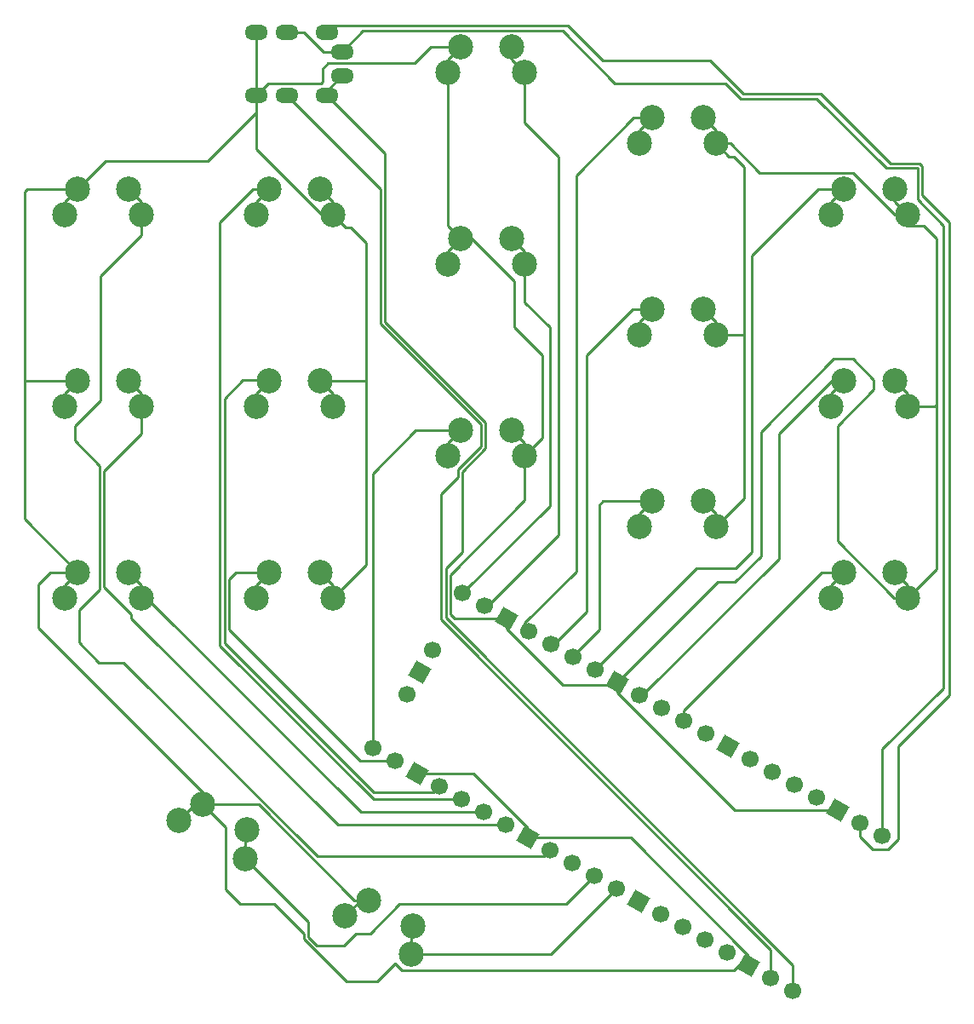
<source format=gbr>
%TF.GenerationSoftware,KiCad,Pcbnew,7.0.8-7.0.8~ubuntu22.04.1*%
%TF.CreationDate,2023-10-30T23:12:38+03:00*%
%TF.ProjectId,Keeb,4b656562-2e6b-4696-9361-645f70636258,rev?*%
%TF.SameCoordinates,Original*%
%TF.FileFunction,Copper,L1,Top*%
%TF.FilePolarity,Positive*%
%FSLAX46Y46*%
G04 Gerber Fmt 4.6, Leading zero omitted, Abs format (unit mm)*
G04 Created by KiCad (PCBNEW 7.0.8-7.0.8~ubuntu22.04.1) date 2023-10-30 23:12:38*
%MOMM*%
%LPD*%
G01*
G04 APERTURE LIST*
G04 Aperture macros list*
%AMHorizOval*
0 Thick line with rounded ends*
0 $1 width*
0 $2 $3 position (X,Y) of the first rounded end (center of the circle)*
0 $4 $5 position (X,Y) of the second rounded end (center of the circle)*
0 Add line between two ends*
20,1,$1,$2,$3,$4,$5,0*
0 Add two circle primitives to create the rounded ends*
1,1,$1,$2,$3*
1,1,$1,$4,$5*%
%AMRotRect*
0 Rectangle, with rotation*
0 The origin of the aperture is its center*
0 $1 length*
0 $2 width*
0 $3 Rotation angle, in degrees counterclockwise*
0 Add horizontal line*
21,1,$1,$2,0,0,$3*%
G04 Aperture macros list end*
%TA.AperFunction,ComponentPad*%
%ADD10C,2.500000*%
%TD*%
%TA.AperFunction,ComponentPad*%
%ADD11O,2.300000X1.500000*%
%TD*%
%TA.AperFunction,ComponentPad*%
%ADD12HorizOval,1.700000X0.000000X0.000000X0.000000X0.000000X0*%
%TD*%
%TA.AperFunction,ComponentPad*%
%ADD13RotRect,1.700000X1.700000X60.000000*%
%TD*%
%TA.AperFunction,Conductor*%
%ADD14C,0.250000*%
%TD*%
G04 APERTURE END LIST*
D10*
%TO.P,SW2,1*%
%TO.N,22*%
X184515000Y-72127944D03*
%TO.P,SW2,2*%
%TO.N,GND*%
X190865000Y-69587944D03*
%TD*%
%TO.P,SW34,1*%
%TO.N,GND*%
X119685016Y-113277806D03*
%TO.P,SW34,2*%
%TO.N,7*%
X126454278Y-114253102D03*
%TD*%
%TO.P,SW29,1*%
%TO.N,14*%
X127365000Y-91177944D03*
%TO.P,SW29,2*%
%TO.N,GND*%
X133715000Y-88637944D03*
%TD*%
%TO.P,SW26,1*%
%TO.N,15*%
X146415000Y-77077944D03*
%TO.P,SW26,2*%
%TO.N,GND*%
X152765000Y-74537944D03*
%TD*%
%TO.P,SW27,1*%
%TO.N,12*%
X127365000Y-53077944D03*
%TO.P,SW27,2*%
%TO.N,GND*%
X133715000Y-50537944D03*
%TD*%
%TO.P,SW22,1*%
%TO.N,19*%
X165465000Y-65077944D03*
%TO.P,SW22,2*%
%TO.N,GND*%
X171815000Y-62537944D03*
%TD*%
%TO.P,SW33,1*%
%TO.N,GND*%
X108315000Y-91177944D03*
%TO.P,SW33,2*%
%TO.N,11*%
X114665000Y-88637944D03*
%TD*%
%TO.P,SW28,1*%
%TO.N,13*%
X127365000Y-72127944D03*
%TO.P,SW28,2*%
%TO.N,GND*%
X133715000Y-69587944D03*
%TD*%
%TO.P,SW24,1*%
%TO.N,GND*%
X146415000Y-38977944D03*
%TO.P,SW24,2*%
%TO.N,17*%
X152765000Y-36437944D03*
%TD*%
%TO.P,SW23,1*%
%TO.N,20*%
X165465000Y-84127944D03*
%TO.P,SW23,2*%
%TO.N,GND*%
X171815000Y-81587944D03*
%TD*%
%TO.P,SW31,1*%
%TO.N,GND*%
X108315000Y-53077944D03*
%TO.P,SW31,2*%
%TO.N,9*%
X114665000Y-50537944D03*
%TD*%
%TO.P,SW32,1*%
%TO.N,GND*%
X108315000Y-72127944D03*
%TO.P,SW32,2*%
%TO.N,10*%
X114665000Y-69587944D03*
%TD*%
%TO.P,SW12,1*%
%TO.N,26*%
X184515000Y-91177944D03*
%TO.P,SW12,2*%
%TO.N,GND*%
X190865000Y-88637944D03*
%TD*%
D11*
%TO.P,J2,1,A*%
%TO.N,0*%
X135880000Y-39280000D03*
%TO.P,J2,2,B*%
%TO.N,GND*%
X127380000Y-34980000D03*
%TO.P,J2,3,C*%
%TO.N,3v3*%
X130380000Y-34980000D03*
%TO.P,J2,4,D*%
%TO.N,VSYS*%
X134380000Y-34980000D03*
%TD*%
D10*
%TO.P,SW30,1*%
%TO.N,GND*%
X136182800Y-122802806D03*
%TO.P,SW30,2*%
%TO.N,6*%
X142952062Y-123778102D03*
%TD*%
%TO.P,SW25,1*%
%TO.N,GND*%
X146415000Y-58027944D03*
%TO.P,SW25,2*%
%TO.N,16*%
X152765000Y-55487944D03*
%TD*%
%TO.P,SW1,1*%
%TO.N,21*%
X184515000Y-53077944D03*
%TO.P,SW1,2*%
%TO.N,GND*%
X190865000Y-50537944D03*
%TD*%
%TO.P,SW21,1*%
%TO.N,18*%
X165465000Y-46027944D03*
%TO.P,SW21,2*%
%TO.N,GND*%
X171815000Y-43487944D03*
%TD*%
D11*
%TO.P,J1,1,A*%
%TO.N,3v3*%
X135875000Y-36917944D03*
%TO.P,J1,2,B*%
%TO.N,GND*%
X127375000Y-41217944D03*
%TO.P,J1,3,C*%
%TO.N,1*%
X130375000Y-41217944D03*
%TO.P,J1,4,D*%
%TO.N,0*%
X134375000Y-41217944D03*
%TD*%
D10*
%TO.P,SW3,1*%
%TO.N,GND*%
X192135000Y-53077944D03*
%TO.P,SW3,2*%
%TO.N,21*%
X185785000Y-50537944D03*
%TD*%
%TO.P,SW4,1*%
%TO.N,GND*%
X192135000Y-72127944D03*
%TO.P,SW4,2*%
%TO.N,22*%
X185785000Y-69587944D03*
%TD*%
%TO.P,SW5,1*%
%TO.N,GND*%
X192135000Y-91177944D03*
%TO.P,SW5,2*%
%TO.N,26*%
X185785000Y-88637944D03*
%TD*%
%TO.P,SW6,1*%
%TO.N,GND*%
X173085000Y-46027944D03*
%TO.P,SW6,2*%
%TO.N,18*%
X166735000Y-43487944D03*
%TD*%
%TO.P,SW7,1*%
%TO.N,GND*%
X173085000Y-65077944D03*
%TO.P,SW7,2*%
%TO.N,19*%
X166735000Y-62537944D03*
%TD*%
%TO.P,SW8,1*%
%TO.N,GND*%
X173085000Y-84127944D03*
%TO.P,SW8,2*%
%TO.N,20*%
X166735000Y-81587944D03*
%TD*%
%TO.P,SW9,1*%
%TO.N,17*%
X154035000Y-38977944D03*
%TO.P,SW9,2*%
%TO.N,GND*%
X147685000Y-36437944D03*
%TD*%
%TO.P,SW10,1*%
%TO.N,16*%
X154035000Y-58027944D03*
%TO.P,SW10,2*%
%TO.N,GND*%
X147685000Y-55487944D03*
%TD*%
%TO.P,SW11,1*%
%TO.N,GND*%
X154035000Y-77077944D03*
%TO.P,SW11,2*%
%TO.N,15*%
X147685000Y-74537944D03*
%TD*%
%TO.P,SW13,1*%
%TO.N,GND*%
X134985000Y-53077944D03*
%TO.P,SW13,2*%
%TO.N,12*%
X128635000Y-50537944D03*
%TD*%
%TO.P,SW14,1*%
%TO.N,GND*%
X134985000Y-72127944D03*
%TO.P,SW14,2*%
%TO.N,13*%
X128635000Y-69587944D03*
%TD*%
%TO.P,SW15,1*%
%TO.N,GND*%
X134985000Y-91177944D03*
%TO.P,SW15,2*%
%TO.N,14*%
X128635000Y-88637944D03*
%TD*%
%TO.P,SW16,1*%
%TO.N,6*%
X142781914Y-126612806D03*
%TO.P,SW16,2*%
%TO.N,GND*%
X138552652Y-121238102D03*
%TD*%
%TO.P,SW17,1*%
%TO.N,9*%
X115935000Y-53077944D03*
%TO.P,SW17,2*%
%TO.N,GND*%
X109585000Y-50537944D03*
%TD*%
%TO.P,SW18,1*%
%TO.N,10*%
X115935000Y-72127944D03*
%TO.P,SW18,2*%
%TO.N,GND*%
X109585000Y-69587944D03*
%TD*%
%TO.P,SW19,1*%
%TO.N,11*%
X115935000Y-91177944D03*
%TO.P,SW19,2*%
%TO.N,GND*%
X109585000Y-88637944D03*
%TD*%
%TO.P,SW20,1*%
%TO.N,7*%
X126284130Y-117087806D03*
%TO.P,SW20,2*%
%TO.N,GND*%
X122054868Y-111713102D03*
%TD*%
D12*
%TO.P,U1,1,GPIO0*%
%TO.N,0*%
X180742193Y-130263966D03*
%TO.P,U1,2,GPIO1*%
%TO.N,1*%
X178542488Y-128993966D03*
D13*
%TO.P,U1,3,GND*%
%TO.N,GND*%
X176342784Y-127723966D03*
D12*
%TO.P,U1,4,GPIO2*%
%TO.N,2*%
X174143079Y-126453966D03*
%TO.P,U1,5,GPIO3*%
%TO.N,3*%
X171943375Y-125183966D03*
%TO.P,U1,6,GPIO4*%
%TO.N,4*%
X169743670Y-123913966D03*
%TO.P,U1,7,GPIO5*%
%TO.N,5*%
X167543966Y-122643966D03*
D13*
%TO.P,U1,8,GND*%
%TO.N,unconnected-(U1-GND-Pad8)*%
X165344261Y-121373966D03*
D12*
%TO.P,U1,9,GPIO6*%
%TO.N,6*%
X163144557Y-120103966D03*
%TO.P,U1,10,GPIO7*%
%TO.N,7*%
X160944852Y-118833966D03*
%TO.P,U1,11,GPIO8*%
%TO.N,8*%
X158745148Y-117563966D03*
%TO.P,U1,12,GPIO9*%
%TO.N,9*%
X156545443Y-116293966D03*
D13*
%TO.P,U1,13,GND*%
%TO.N,GND*%
X154345739Y-115023966D03*
D12*
%TO.P,U1,14,GPIO10*%
%TO.N,10*%
X152146034Y-113753966D03*
%TO.P,U1,15,GPIO11*%
%TO.N,11*%
X149946330Y-112483966D03*
%TO.P,U1,16,GPIO12*%
%TO.N,12*%
X147746625Y-111213966D03*
%TO.P,U1,17,GPIO13*%
%TO.N,13*%
X145546921Y-109943966D03*
D13*
%TO.P,U1,18,GND*%
%TO.N,GND*%
X143347216Y-108673966D03*
D12*
%TO.P,U1,19,GPIO14*%
%TO.N,14*%
X141147512Y-107403966D03*
%TO.P,U1,20,GPIO15*%
%TO.N,15*%
X138947807Y-106133966D03*
%TO.P,U1,21,GPIO16*%
%TO.N,16*%
X147837807Y-90736034D03*
%TO.P,U1,22,GPIO17*%
%TO.N,17*%
X150037512Y-92006034D03*
D13*
%TO.P,U1,23,GND*%
%TO.N,GND*%
X152237216Y-93276034D03*
D12*
%TO.P,U1,24,GPIO18*%
%TO.N,18*%
X154436921Y-94546034D03*
%TO.P,U1,25,GPIO19*%
%TO.N,19*%
X156636625Y-95816034D03*
%TO.P,U1,26,GPIO20*%
%TO.N,20*%
X158836330Y-97086034D03*
%TO.P,U1,27,GPIO21*%
%TO.N,21*%
X161036034Y-98356034D03*
D13*
%TO.P,U1,28,GND*%
%TO.N,GND*%
X163235739Y-99626034D03*
D12*
%TO.P,U1,29,GPIO22*%
%TO.N,22*%
X165435443Y-100896034D03*
%TO.P,U1,30,RUN*%
%TO.N,unconnected-(U1-RUN-Pad30)*%
X167635148Y-102166034D03*
%TO.P,U1,31,GPIO26_ADC0*%
%TO.N,26*%
X169834852Y-103436034D03*
%TO.P,U1,32,GPIO27_ADC1*%
%TO.N,27*%
X172034557Y-104706034D03*
D13*
%TO.P,U1,33,AGND*%
%TO.N,unconnected-(U1-AGND-Pad33)*%
X174234261Y-105976034D03*
D12*
%TO.P,U1,34,GPIO28_ADC2*%
%TO.N,28*%
X176433966Y-107246034D03*
%TO.P,U1,35,ADC_VREF*%
%TO.N,unconnected-(U1-ADC_VREF-Pad35)*%
X178633670Y-108516034D03*
%TO.P,U1,36,3V3*%
%TO.N,unconnected-(U1-3V3-Pad36)*%
X180833375Y-109786034D03*
%TO.P,U1,37,3V3_EN*%
%TO.N,unconnected-(U1-3V3_EN-Pad37)*%
X183033079Y-111056034D03*
D13*
%TO.P,U1,38,GND*%
%TO.N,GND*%
X185232784Y-112326034D03*
D12*
%TO.P,U1,39,VSYS*%
%TO.N,VSYS*%
X187432488Y-113596034D03*
%TO.P,U1,40,VBUS*%
%TO.N,3v3*%
X189632193Y-114866034D03*
%TO.P,U1,41,SWCLK*%
%TO.N,unconnected-(U1-SWCLK-Pad41)*%
X142321993Y-100749705D03*
D13*
%TO.P,U1,42,GND*%
%TO.N,unconnected-(U1-GND-Pad42)*%
X143591993Y-98550000D03*
D12*
%TO.P,U1,43,SWDIO*%
%TO.N,unconnected-(U1-SWDIO-Pad43)*%
X144861993Y-96350295D03*
%TD*%
D14*
%TO.N,7*%
X126284130Y-117087806D02*
X132562948Y-123366624D01*
X138699573Y-124532511D02*
X141625965Y-121606119D01*
X132562948Y-123366624D02*
X132562948Y-124885278D01*
X132562948Y-124885278D02*
X133393302Y-125715632D01*
X133393302Y-125715632D02*
X136045479Y-125715632D01*
X136045479Y-125715632D02*
X137228600Y-124532511D01*
X137228600Y-124532511D02*
X138699573Y-124532511D01*
X141625965Y-121606119D02*
X158172699Y-121606119D01*
X158172699Y-121606119D02*
X160944852Y-118833966D01*
%TO.N,3v3*%
X174053604Y-40030000D02*
X163047056Y-40030000D01*
X175573604Y-41550000D02*
X174053604Y-40030000D01*
X193135965Y-51605965D02*
X193135965Y-48446119D01*
X189632193Y-106221411D02*
X195700000Y-100153604D01*
X189632193Y-114866034D02*
X189632193Y-106221411D01*
%TO.N,VSYS*%
X193585965Y-51165965D02*
X193585965Y-48259723D01*
%TO.N,3v3*%
X189976119Y-48446119D02*
X183080000Y-41550000D01*
%TO.N,VSYS*%
X193585965Y-48259723D02*
X193322361Y-47996119D01*
X135068637Y-34291363D02*
X134380000Y-34980000D01*
X190416119Y-47996119D02*
X183520000Y-41100000D01*
%TO.N,3v3*%
X183080000Y-41550000D02*
X175573604Y-41550000D01*
%TO.N,VSYS*%
X161837056Y-37800000D02*
X158328419Y-34291363D01*
X187432488Y-113596034D02*
X187432488Y-114902488D01*
%TO.N,3v3*%
X193135965Y-48446119D02*
X189976119Y-48446119D01*
X195700000Y-54170000D02*
X193135965Y-51605965D01*
%TO.N,VSYS*%
X172460000Y-37800000D02*
X161837056Y-37800000D01*
X183520000Y-41100000D02*
X175760000Y-41100000D01*
%TO.N,3v3*%
X137942944Y-34850000D02*
X135875000Y-36917944D01*
%TO.N,VSYS*%
X196290000Y-53870000D02*
X193585965Y-51165965D01*
X191160000Y-105970000D02*
X196290000Y-100840000D01*
X193322361Y-47996119D02*
X190416119Y-47996119D01*
X191160000Y-115160000D02*
X191160000Y-105970000D01*
X196290000Y-100840000D02*
X196290000Y-53870000D01*
X190160000Y-116160000D02*
X191160000Y-115160000D01*
%TO.N,3v3*%
X195700000Y-100153604D02*
X195700000Y-54170000D01*
%TO.N,VSYS*%
X158328419Y-34291363D02*
X135068637Y-34291363D01*
X175760000Y-41100000D02*
X172460000Y-37800000D01*
X188690000Y-116160000D02*
X190160000Y-116160000D01*
%TO.N,3v3*%
X163047056Y-40030000D02*
X157867056Y-34850000D01*
%TO.N,VSYS*%
X187432488Y-114902488D02*
X188690000Y-116160000D01*
%TO.N,3v3*%
X157867056Y-34850000D02*
X137942944Y-34850000D01*
%TO.N,GND*%
X127375000Y-41217944D02*
X128550000Y-40042944D01*
X128550000Y-40042944D02*
X133812789Y-40042944D01*
X133985965Y-38586119D02*
X134515965Y-38056119D01*
X133812789Y-40042944D02*
X133985965Y-39869768D01*
X133985965Y-39869768D02*
X133985965Y-38586119D01*
X134515965Y-38056119D02*
X143116825Y-38056119D01*
X143116825Y-38056119D02*
X144735000Y-36437944D01*
X144735000Y-36437944D02*
X147685000Y-36437944D01*
%TO.N,9*%
X109750000Y-92366396D02*
X111790000Y-90326396D01*
X115935000Y-55166701D02*
X115935000Y-53077944D01*
X111890000Y-59211701D02*
X115935000Y-55166701D01*
X109330000Y-75580000D02*
X109330000Y-74104187D01*
X111720000Y-97600000D02*
X109750000Y-95630000D01*
X111790000Y-90326396D02*
X111790000Y-78040000D01*
X115935000Y-53077944D02*
X115935000Y-51807944D01*
X115935000Y-51807944D02*
X114665000Y-50537944D01*
X155946875Y-116892534D02*
X133428776Y-116892534D01*
X109750000Y-95630000D02*
X109750000Y-92366396D01*
X133428776Y-116892534D02*
X114136242Y-97600000D01*
X111790000Y-78040000D02*
X109330000Y-75580000D01*
X109330000Y-74104187D02*
X111890000Y-71544187D01*
X111890000Y-71544187D02*
X111890000Y-59211701D01*
X114136242Y-97600000D02*
X111720000Y-97600000D01*
X156545443Y-116293966D02*
X155946875Y-116892534D01*
%TO.N,10*%
X112240000Y-90140000D02*
X112240000Y-78548097D01*
X115935000Y-72127944D02*
X115935000Y-70857944D01*
X115935000Y-74853097D02*
X115935000Y-72127944D01*
X114950000Y-92850000D02*
X112240000Y-90140000D01*
X114950000Y-93230711D02*
X114950000Y-92850000D01*
X112240000Y-78548097D02*
X115935000Y-74853097D01*
X115935000Y-70857944D02*
X114665000Y-69587944D01*
X152146034Y-113753966D02*
X135473255Y-113753966D01*
X135473255Y-113753966D02*
X114950000Y-93230711D01*
%TO.N,11*%
X116432767Y-91177944D02*
X115935000Y-91177944D01*
X137738789Y-112483966D02*
X116432767Y-91177944D01*
X115935000Y-91177944D02*
X115935000Y-89907944D01*
X115935000Y-89907944D02*
X114665000Y-88637944D01*
X149946330Y-112483966D02*
X137738789Y-112483966D01*
%TO.N,13*%
X124190000Y-71382944D02*
X126010000Y-69562944D01*
X127365000Y-72127944D02*
X127365000Y-70857944D01*
X145546921Y-109943966D02*
X144948353Y-110542534D01*
X127365000Y-70857944D02*
X128635000Y-69587944D01*
X128610000Y-69562944D02*
X128635000Y-69587944D01*
X139012534Y-110542534D02*
X124190000Y-95720000D01*
X126010000Y-69562944D02*
X128610000Y-69562944D01*
X124190000Y-95720000D02*
X124190000Y-71382944D01*
X144948353Y-110542534D02*
X139012534Y-110542534D01*
%TO.N,16*%
X147837807Y-90736034D02*
X156555000Y-82018841D01*
X154035000Y-58027944D02*
X154035000Y-56757944D01*
X154035000Y-56757944D02*
X152765000Y-55487944D01*
X154035000Y-61795000D02*
X154035000Y-58027944D01*
X156555000Y-82018841D02*
X156555000Y-64315000D01*
X156555000Y-64315000D02*
X154035000Y-61795000D01*
%TO.N,17*%
X157420000Y-84944486D02*
X157420000Y-47321701D01*
X154035000Y-38977944D02*
X152765000Y-37707944D01*
X152765000Y-37707944D02*
X152765000Y-36887944D01*
X150358452Y-92006034D02*
X157420000Y-84944486D01*
X154035000Y-43936701D02*
X154035000Y-38977944D01*
X150037512Y-92006034D02*
X150358452Y-92006034D01*
X157420000Y-47321701D02*
X154035000Y-43936701D01*
%TO.N,18*%
X154070000Y-93696053D02*
X159180000Y-88586053D01*
X164885000Y-43487944D02*
X166735000Y-43487944D01*
X154070000Y-94179113D02*
X154070000Y-93696053D01*
X159180000Y-88586053D02*
X159180000Y-49192944D01*
X154436921Y-94546034D02*
X154070000Y-94179113D01*
X159180000Y-49192944D02*
X164885000Y-43487944D01*
X165465000Y-46027944D02*
X165465000Y-44757944D01*
X165465000Y-44757944D02*
X166735000Y-43487944D01*
%TO.N,19*%
X165465000Y-63807944D02*
X166735000Y-62537944D01*
X156957565Y-95816034D02*
X160250000Y-92523599D01*
X160250000Y-92523599D02*
X160250000Y-67092944D01*
X165465000Y-65077944D02*
X165465000Y-63807944D01*
X164805000Y-62537944D02*
X166735000Y-62537944D01*
X160250000Y-67092944D02*
X164805000Y-62537944D01*
X156636625Y-95816034D02*
X156957565Y-95816034D01*
%TO.N,20*%
X158836330Y-97086034D02*
X158836330Y-96943670D01*
X165465000Y-82857944D02*
X166735000Y-81587944D01*
X165465000Y-84127944D02*
X165465000Y-82857944D01*
X161460000Y-94320000D02*
X161460000Y-81942944D01*
X161815000Y-81587944D02*
X166735000Y-81587944D01*
X161460000Y-81942944D02*
X161815000Y-81587944D01*
X158836330Y-96943670D02*
X161460000Y-94320000D01*
%TO.N,21*%
X176640000Y-86630000D02*
X176640000Y-57182944D01*
X184515000Y-53077944D02*
X184515000Y-51807944D01*
X176640000Y-57182944D02*
X183285000Y-50537944D01*
X184515000Y-51807944D02*
X185785000Y-50537944D01*
X161036034Y-98356034D02*
X171142068Y-88250000D01*
X183285000Y-50537944D02*
X185785000Y-50537944D01*
X171142068Y-88250000D02*
X175020000Y-88250000D01*
X175020000Y-88250000D02*
X176640000Y-86630000D01*
%TO.N,22*%
X184515000Y-72127944D02*
X184515000Y-70857944D01*
X184515000Y-70857944D02*
X185785000Y-69587944D01*
X165756383Y-100896034D02*
X165435443Y-100896034D01*
X184612056Y-69587944D02*
X179350000Y-74850000D01*
X179350000Y-87302417D02*
X165756383Y-100896034D01*
X185785000Y-69587944D02*
X184612056Y-69587944D01*
X179350000Y-74850000D02*
X179350000Y-87302417D01*
%TO.N,26*%
X169834852Y-102398092D02*
X169834852Y-103436034D01*
X184515000Y-91177944D02*
X184515000Y-89907944D01*
X185785000Y-88637944D02*
X183595000Y-88637944D01*
X183595000Y-88637944D02*
X169834852Y-102398092D01*
X184515000Y-89907944D02*
X185785000Y-88637944D01*
%TO.N,GND*%
X108315000Y-89907944D02*
X109585000Y-88637944D01*
X163253966Y-99626034D02*
X163235739Y-99626034D01*
X129099846Y-121590000D02*
X125720000Y-121590000D01*
X192135000Y-91177944D02*
X192135000Y-89907944D01*
X173085000Y-46027944D02*
X173085000Y-44757944D01*
X108315000Y-53077944D02*
X108315000Y-51807944D01*
X190865000Y-53077944D02*
X192135000Y-53077944D01*
X163235739Y-99626034D02*
X163019618Y-99842155D01*
X104310000Y-83362944D02*
X109585000Y-88637944D01*
X188785000Y-70457944D02*
X188785000Y-69495000D01*
X106885000Y-88637944D02*
X105690000Y-89832944D01*
X154035000Y-81505000D02*
X146662807Y-88877193D01*
X121249720Y-111713102D02*
X122054868Y-111713102D01*
X175865000Y-65077944D02*
X175910000Y-65122944D01*
X190865000Y-50537944D02*
X190865000Y-51807944D01*
X134985000Y-70857944D02*
X133715000Y-69587944D01*
X154035000Y-77077944D02*
X154035000Y-75807944D01*
X173085000Y-65077944D02*
X173085000Y-63807944D01*
X119685016Y-113277806D02*
X121249720Y-111713102D01*
X176342784Y-127723966D02*
X175361288Y-127723966D01*
X154035000Y-77077944D02*
X154035000Y-81505000D01*
X146662807Y-88877193D02*
X146662807Y-92846411D01*
X146415000Y-58027944D02*
X146415000Y-56757944D01*
X195000000Y-72002944D02*
X195000000Y-88312944D01*
X105690000Y-94130711D02*
X122054868Y-110495579D01*
X104425000Y-69587944D02*
X104310000Y-69702944D01*
X134985000Y-53077944D02*
X136275000Y-54367944D01*
X134985000Y-51807944D02*
X133715000Y-50537944D01*
X146662807Y-92846411D02*
X147092430Y-93276034D01*
X173085000Y-63807944D02*
X171815000Y-62537944D01*
X146415000Y-56757944D02*
X147685000Y-55487944D01*
X109585000Y-50537944D02*
X104615000Y-50537944D01*
X133895000Y-53077944D02*
X127375000Y-46557944D01*
X163235739Y-100607530D02*
X163235739Y-99626034D01*
X193757767Y-54202944D02*
X195000000Y-55445177D01*
X173250000Y-89630000D02*
X163253966Y-99626034D01*
X109585000Y-88637944D02*
X106885000Y-88637944D01*
X127375000Y-41217944D02*
X127375000Y-42943858D01*
X138270000Y-87892944D02*
X134985000Y-91177944D01*
X154345739Y-115023966D02*
X154345739Y-114042470D01*
X108315000Y-91177944D02*
X108315000Y-89907944D01*
X163019618Y-99842155D02*
X157801179Y-99842155D01*
X186730000Y-67440000D02*
X184756548Y-67440000D01*
X155820000Y-75292944D02*
X155820000Y-67110000D01*
X127612948Y-111713102D02*
X122054868Y-111713102D01*
X136182800Y-122802806D02*
X137747504Y-121238102D01*
X112360000Y-47762944D02*
X109585000Y-50537944D01*
X184756548Y-67440000D02*
X177530000Y-74666548D01*
X192135000Y-54202944D02*
X193757767Y-54202944D01*
X104615000Y-50537944D02*
X104310000Y-50842944D01*
X174375000Y-47317944D02*
X174872767Y-47317944D01*
X173085000Y-65077944D02*
X175865000Y-65077944D01*
X125720000Y-121590000D02*
X124300000Y-120170000D01*
X134985000Y-53077944D02*
X134985000Y-51807944D01*
X175361288Y-127723966D02*
X174887743Y-128197511D01*
X195000000Y-88312944D02*
X192135000Y-91177944D01*
X148977235Y-108673966D02*
X143347216Y-108673966D01*
X104310000Y-69702944D02*
X104310000Y-83362944D01*
X190865000Y-51807944D02*
X192135000Y-53077944D01*
X136772767Y-54367944D02*
X138270000Y-55865177D01*
X146415000Y-37707944D02*
X146415000Y-54217944D01*
X192135000Y-89907944D02*
X190865000Y-88637944D01*
X185232784Y-112326034D02*
X174954243Y-112326034D01*
X147685000Y-36437944D02*
X146415000Y-37707944D01*
X164624280Y-115023966D02*
X154345739Y-115023966D01*
X136323785Y-129282511D02*
X132112948Y-125071674D01*
X134985000Y-72127944D02*
X134985000Y-70857944D01*
X109585000Y-69587944D02*
X104425000Y-69587944D01*
X175910000Y-81302944D02*
X173085000Y-84127944D01*
X127375000Y-42943858D02*
X122555914Y-47762944D01*
X174872767Y-47317944D02*
X175910000Y-48355177D01*
X174887743Y-128197511D02*
X141867511Y-128197511D01*
X188785000Y-69495000D02*
X186730000Y-67440000D01*
X173085000Y-84127944D02*
X173085000Y-82857944D01*
X124300000Y-120170000D02*
X124300000Y-113958234D01*
X139367489Y-129282511D02*
X136323785Y-129282511D01*
X177530000Y-87080000D02*
X174980000Y-89630000D01*
X127375000Y-41217944D02*
X127375000Y-34985000D01*
X138552652Y-121238102D02*
X137137948Y-121238102D01*
X141160000Y-127490000D02*
X139367489Y-129282511D01*
X176342784Y-126742470D02*
X164624280Y-115023966D01*
X192135000Y-72127944D02*
X192135000Y-70857944D01*
X177440000Y-48962944D02*
X186750000Y-48962944D01*
X192135000Y-72127944D02*
X194875000Y-72127944D01*
X141867511Y-128197511D02*
X141160000Y-127490000D01*
X185160660Y-74082284D02*
X188785000Y-70457944D01*
X133715000Y-69587944D02*
X138185000Y-69587944D01*
X153030000Y-64320000D02*
X153030000Y-59720000D01*
X108315000Y-51807944D02*
X109585000Y-50537944D01*
X195000000Y-55445177D02*
X195000000Y-72002944D01*
X138270000Y-55865177D02*
X138270000Y-69672944D01*
X190795000Y-91177944D02*
X185160660Y-85543604D01*
X124300000Y-113958234D02*
X122054868Y-111713102D01*
X134985000Y-89907944D02*
X133715000Y-88637944D01*
X137747504Y-121238102D02*
X138552652Y-121238102D01*
X192135000Y-53077944D02*
X192135000Y-54202944D01*
X147092430Y-93276034D02*
X152237216Y-93276034D01*
X153030000Y-59720000D02*
X148797944Y-55487944D01*
X138270000Y-69672944D02*
X138270000Y-87892944D01*
X132112948Y-124603102D02*
X129099846Y-121590000D01*
X157801179Y-99842155D02*
X152237216Y-94278192D01*
X192135000Y-91177944D02*
X190795000Y-91177944D01*
X154035000Y-77077944D02*
X155820000Y-75292944D01*
X154345739Y-114042470D02*
X148977235Y-108673966D01*
X185160660Y-85543604D02*
X185160660Y-74082284D01*
X148797944Y-55487944D02*
X147685000Y-55487944D01*
X127375000Y-34985000D02*
X127380000Y-34980000D01*
X136275000Y-54367944D02*
X136772767Y-54367944D01*
X174954243Y-112326034D02*
X163235739Y-100607530D01*
X174505000Y-46027944D02*
X177440000Y-48962944D01*
X122555914Y-47762944D02*
X112360000Y-47762944D01*
X194875000Y-72127944D02*
X195000000Y-72002944D01*
X134985000Y-53077944D02*
X133895000Y-53077944D01*
X175910000Y-48355177D02*
X175910000Y-65122944D01*
X152237216Y-94278192D02*
X152237216Y-93276034D01*
X146415000Y-54217944D02*
X147685000Y-55487944D01*
X122054868Y-110495579D02*
X122054868Y-111713102D01*
X108315000Y-72127944D02*
X108315000Y-70857944D01*
X105690000Y-89832944D02*
X105690000Y-94130711D01*
X174980000Y-89630000D02*
X173250000Y-89630000D01*
X104310000Y-50842944D02*
X104310000Y-69702944D01*
X132112948Y-125071674D02*
X132112948Y-124603102D01*
X177530000Y-74666548D02*
X177530000Y-87080000D01*
X173085000Y-46027944D02*
X174505000Y-46027944D01*
X173085000Y-44757944D02*
X171815000Y-43487944D01*
X154035000Y-75807944D02*
X152765000Y-74537944D01*
X127375000Y-46557944D02*
X127375000Y-41217944D01*
X176342784Y-127723966D02*
X176342784Y-126742470D01*
X137137948Y-121238102D02*
X127612948Y-111713102D01*
X134985000Y-91177944D02*
X134985000Y-89907944D01*
X108315000Y-70857944D02*
X109585000Y-69587944D01*
X186750000Y-48962944D02*
X190865000Y-53077944D01*
X173085000Y-82857944D02*
X171815000Y-81587944D01*
X138185000Y-69587944D02*
X138270000Y-69672944D01*
X175910000Y-65122944D02*
X175910000Y-81302944D01*
X192135000Y-70857944D02*
X190865000Y-69587944D01*
X155820000Y-67110000D02*
X153030000Y-64320000D01*
X173085000Y-46027944D02*
X174375000Y-47317944D01*
%TO.N,3v3*%
X130380000Y-34980000D02*
X132120000Y-34980000D01*
X134057944Y-36917944D02*
X135875000Y-36917944D01*
X132120000Y-34980000D02*
X134057944Y-36917944D01*
%TO.N,0*%
X134375000Y-41217944D02*
X140190000Y-47032944D01*
X150140000Y-73736548D02*
X150140000Y-76344187D01*
X140190000Y-63786548D02*
X150140000Y-73736548D01*
X134375000Y-40785000D02*
X134375000Y-41217944D01*
X147850000Y-78634187D02*
X147850000Y-86630000D01*
X146212807Y-88267193D02*
X146212807Y-93172807D01*
X135880000Y-39280000D02*
X134375000Y-40785000D01*
X150140000Y-76344187D02*
X147850000Y-78634187D01*
X147850000Y-86630000D02*
X146212807Y-88267193D01*
X180742193Y-127702193D02*
X180742193Y-130263966D01*
X146212807Y-93172807D02*
X180742193Y-127702193D01*
X140190000Y-47032944D02*
X140190000Y-63786548D01*
%TO.N,1*%
X178542488Y-128993966D02*
X178542488Y-126138884D01*
X149690000Y-76157791D02*
X149690000Y-73922944D01*
X178542488Y-126138884D02*
X145760000Y-93356396D01*
X139740000Y-50582944D02*
X130375000Y-41217944D01*
X149690000Y-73922944D02*
X139740000Y-63972944D01*
X147400000Y-78447791D02*
X149690000Y-76157791D01*
X147400000Y-79200000D02*
X147400000Y-78447791D01*
X145760000Y-93356396D02*
X145760000Y-80840000D01*
X145760000Y-80840000D02*
X147400000Y-79200000D01*
X139740000Y-63972944D02*
X139740000Y-50582944D01*
%TO.N,6*%
X142781914Y-123948250D02*
X142952062Y-123778102D01*
X142781914Y-126612806D02*
X156635717Y-126612806D01*
X156635717Y-126612806D02*
X163144557Y-120103966D01*
X142781914Y-126612806D02*
X142781914Y-123948250D01*
%TO.N,7*%
X126284130Y-117087806D02*
X126284130Y-114423250D01*
X126284130Y-114423250D02*
X126454278Y-114253102D01*
%TO.N,15*%
X138947807Y-78825137D02*
X143235000Y-74537944D01*
X146415000Y-77077944D02*
X146415000Y-75807944D01*
X143235000Y-74537944D02*
X147685000Y-74537944D01*
X146415000Y-75807944D02*
X147685000Y-74537944D01*
X138947807Y-106133966D02*
X138947807Y-78825137D01*
%TO.N,14*%
X124640000Y-89362944D02*
X125365000Y-88637944D01*
X125365000Y-88637944D02*
X128635000Y-88637944D01*
X141147512Y-107403966D02*
X137673966Y-107403966D01*
X124640000Y-94370000D02*
X124640000Y-89362944D01*
X127365000Y-89907944D02*
X128635000Y-88637944D01*
X137673966Y-107403966D02*
X124640000Y-94370000D01*
X128670000Y-88602944D02*
X128635000Y-88637944D01*
X127365000Y-91177944D02*
X127365000Y-89907944D01*
%TO.N,12*%
X128635000Y-50537944D02*
X128670000Y-50572944D01*
X127045000Y-50537944D02*
X128635000Y-50537944D01*
X123740000Y-95906396D02*
X123740000Y-53842944D01*
X127365000Y-53077944D02*
X127365000Y-51807944D01*
X127365000Y-51807944D02*
X128635000Y-50537944D01*
X147746625Y-111213966D02*
X139047570Y-111213966D01*
X123740000Y-53842944D02*
X127045000Y-50537944D01*
X139047570Y-111213966D02*
X123740000Y-95906396D01*
%TD*%
M02*

</source>
